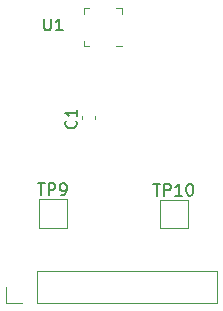
<source format=gto>
G04 #@! TF.GenerationSoftware,KiCad,Pcbnew,(5.1.2)-1*
G04 #@! TF.CreationDate,2023-06-09T20:40:53+09:00*
G04 #@! TF.ProjectId,ma73x,6d613733-782e-46b6-9963-61645f706362,v1.2*
G04 #@! TF.SameCoordinates,Original*
G04 #@! TF.FileFunction,Legend,Top*
G04 #@! TF.FilePolarity,Positive*
%FSLAX46Y46*%
G04 Gerber Fmt 4.6, Leading zero omitted, Abs format (unit mm)*
G04 Created by KiCad (PCBNEW (5.1.2)-1) date 2023-06-09 20:40:53*
%MOMM*%
%LPD*%
G04 APERTURE LIST*
%ADD10C,0.120000*%
%ADD11C,0.150000*%
%ADD12R,2.102000X2.102000*%
%ADD13O,1.802000X1.802000*%
%ADD14R,1.802000X1.802000*%
%ADD15C,0.100000*%
%ADD16C,1.802000*%
%ADD17C,0.352000*%
%ADD18C,0.977000*%
G04 APERTURE END LIST*
D10*
X164010000Y-88200000D02*
X164010000Y-85800000D01*
X166410000Y-88200000D02*
X164010000Y-88200000D01*
X166410000Y-85800000D02*
X166410000Y-88200000D01*
X164010000Y-85800000D02*
X166410000Y-85800000D01*
X153770000Y-88160000D02*
X153770000Y-85760000D01*
X156170000Y-88160000D02*
X153770000Y-88160000D01*
X156170000Y-85760000D02*
X156170000Y-88160000D01*
X153770000Y-85760000D02*
X156170000Y-85760000D01*
X151010000Y-94530000D02*
X151010000Y-93200000D01*
X152340000Y-94530000D02*
X151010000Y-94530000D01*
X153610000Y-94530000D02*
X153610000Y-91870000D01*
X153610000Y-91870000D02*
X168910000Y-91870000D01*
X153610000Y-94530000D02*
X168910000Y-94530000D01*
X168910000Y-94530000D02*
X168910000Y-91870000D01*
X158065000Y-72810000D02*
X157590000Y-72810000D01*
X157590000Y-72810000D02*
X157590000Y-72335000D01*
X160335000Y-69590000D02*
X160810000Y-69590000D01*
X160810000Y-69590000D02*
X160810000Y-70065000D01*
X158065000Y-69590000D02*
X157590000Y-69590000D01*
X157590000Y-69590000D02*
X157590000Y-70065000D01*
X160335000Y-72810000D02*
X160810000Y-72810000D01*
X157480000Y-78677221D02*
X157480000Y-79002779D01*
X158500000Y-78677221D02*
X158500000Y-79002779D01*
D11*
X163471904Y-84454380D02*
X164043333Y-84454380D01*
X163757619Y-85454380D02*
X163757619Y-84454380D01*
X164376666Y-85454380D02*
X164376666Y-84454380D01*
X164757619Y-84454380D01*
X164852857Y-84502000D01*
X164900476Y-84549619D01*
X164948095Y-84644857D01*
X164948095Y-84787714D01*
X164900476Y-84882952D01*
X164852857Y-84930571D01*
X164757619Y-84978190D01*
X164376666Y-84978190D01*
X165900476Y-85454380D02*
X165329047Y-85454380D01*
X165614761Y-85454380D02*
X165614761Y-84454380D01*
X165519523Y-84597238D01*
X165424285Y-84692476D01*
X165329047Y-84740095D01*
X166519523Y-84454380D02*
X166614761Y-84454380D01*
X166710000Y-84502000D01*
X166757619Y-84549619D01*
X166805238Y-84644857D01*
X166852857Y-84835333D01*
X166852857Y-85073428D01*
X166805238Y-85263904D01*
X166757619Y-85359142D01*
X166710000Y-85406761D01*
X166614761Y-85454380D01*
X166519523Y-85454380D01*
X166424285Y-85406761D01*
X166376666Y-85359142D01*
X166329047Y-85263904D01*
X166281428Y-85073428D01*
X166281428Y-84835333D01*
X166329047Y-84644857D01*
X166376666Y-84549619D01*
X166424285Y-84502000D01*
X166519523Y-84454380D01*
X153708095Y-84414380D02*
X154279523Y-84414380D01*
X153993809Y-85414380D02*
X153993809Y-84414380D01*
X154612857Y-85414380D02*
X154612857Y-84414380D01*
X154993809Y-84414380D01*
X155089047Y-84462000D01*
X155136666Y-84509619D01*
X155184285Y-84604857D01*
X155184285Y-84747714D01*
X155136666Y-84842952D01*
X155089047Y-84890571D01*
X154993809Y-84938190D01*
X154612857Y-84938190D01*
X155660476Y-85414380D02*
X155850952Y-85414380D01*
X155946190Y-85366761D01*
X155993809Y-85319142D01*
X156089047Y-85176285D01*
X156136666Y-84985809D01*
X156136666Y-84604857D01*
X156089047Y-84509619D01*
X156041428Y-84462000D01*
X155946190Y-84414380D01*
X155755714Y-84414380D01*
X155660476Y-84462000D01*
X155612857Y-84509619D01*
X155565238Y-84604857D01*
X155565238Y-84842952D01*
X155612857Y-84938190D01*
X155660476Y-84985809D01*
X155755714Y-85033428D01*
X155946190Y-85033428D01*
X156041428Y-84985809D01*
X156089047Y-84938190D01*
X156136666Y-84842952D01*
X154238095Y-70452380D02*
X154238095Y-71261904D01*
X154285714Y-71357142D01*
X154333333Y-71404761D01*
X154428571Y-71452380D01*
X154619047Y-71452380D01*
X154714285Y-71404761D01*
X154761904Y-71357142D01*
X154809523Y-71261904D01*
X154809523Y-70452380D01*
X155809523Y-71452380D02*
X155238095Y-71452380D01*
X155523809Y-71452380D02*
X155523809Y-70452380D01*
X155428571Y-70595238D01*
X155333333Y-70690476D01*
X155238095Y-70738095D01*
X156922142Y-79119166D02*
X156969761Y-79166785D01*
X157017380Y-79309642D01*
X157017380Y-79404880D01*
X156969761Y-79547738D01*
X156874523Y-79642976D01*
X156779285Y-79690595D01*
X156588809Y-79738214D01*
X156445952Y-79738214D01*
X156255476Y-79690595D01*
X156160238Y-79642976D01*
X156065000Y-79547738D01*
X156017380Y-79404880D01*
X156017380Y-79309642D01*
X156065000Y-79166785D01*
X156112619Y-79119166D01*
X157017380Y-78166785D02*
X157017380Y-78738214D01*
X157017380Y-78452500D02*
X156017380Y-78452500D01*
X156160238Y-78547738D01*
X156255476Y-78642976D01*
X156303095Y-78738214D01*
%LPC*%
D12*
X165210000Y-87000000D03*
X154970000Y-86960000D03*
D13*
X167580000Y-93200000D03*
X165040000Y-93200000D03*
X162500000Y-93200000D03*
X159960000Y-93200000D03*
X157420000Y-93200000D03*
X154880000Y-93200000D03*
D14*
X152340000Y-93200000D03*
D15*
G36*
X159861975Y-70300276D02*
G01*
X159887699Y-70304092D01*
X159912925Y-70310411D01*
X159937411Y-70319172D01*
X159960920Y-70330291D01*
X159983226Y-70343661D01*
X160004114Y-70359152D01*
X160023383Y-70376617D01*
X160040848Y-70395886D01*
X160056339Y-70416774D01*
X160069709Y-70439080D01*
X160080828Y-70462589D01*
X160089589Y-70487075D01*
X160095908Y-70512301D01*
X160099724Y-70538025D01*
X160101000Y-70564000D01*
X160101000Y-71836000D01*
X160099724Y-71861975D01*
X160095908Y-71887699D01*
X160089589Y-71912925D01*
X160080828Y-71937411D01*
X160069709Y-71960920D01*
X160056339Y-71983226D01*
X160040848Y-72004114D01*
X160023383Y-72023383D01*
X160004114Y-72040848D01*
X159983226Y-72056339D01*
X159960920Y-72069709D01*
X159937411Y-72080828D01*
X159912925Y-72089589D01*
X159887699Y-72095908D01*
X159861975Y-72099724D01*
X159836000Y-72101000D01*
X158564000Y-72101000D01*
X158538025Y-72099724D01*
X158512301Y-72095908D01*
X158487075Y-72089589D01*
X158462589Y-72080828D01*
X158439080Y-72069709D01*
X158416774Y-72056339D01*
X158395886Y-72040848D01*
X158376617Y-72023383D01*
X158359152Y-72004114D01*
X158343661Y-71983226D01*
X158330291Y-71960920D01*
X158319172Y-71937411D01*
X158310411Y-71912925D01*
X158304092Y-71887699D01*
X158300276Y-71861975D01*
X158299000Y-71836000D01*
X158299000Y-70564000D01*
X158300276Y-70538025D01*
X158304092Y-70512301D01*
X158310411Y-70487075D01*
X158319172Y-70462589D01*
X158330291Y-70439080D01*
X158343661Y-70416774D01*
X158359152Y-70395886D01*
X158376617Y-70376617D01*
X158395886Y-70359152D01*
X158416774Y-70343661D01*
X158439080Y-70330291D01*
X158462589Y-70319172D01*
X158487075Y-70310411D01*
X158512301Y-70304092D01*
X158538025Y-70300276D01*
X158564000Y-70299000D01*
X159836000Y-70299000D01*
X159861975Y-70300276D01*
X159861975Y-70300276D01*
G37*
D16*
X159200000Y-71200000D03*
D15*
G36*
X161046626Y-71774424D02*
G01*
X161055168Y-71775691D01*
X161063545Y-71777789D01*
X161071676Y-71780699D01*
X161079483Y-71784391D01*
X161086890Y-71788831D01*
X161093827Y-71793975D01*
X161100225Y-71799775D01*
X161106025Y-71806173D01*
X161111169Y-71813110D01*
X161115609Y-71820517D01*
X161119301Y-71828324D01*
X161122211Y-71836455D01*
X161124309Y-71844832D01*
X161125576Y-71853374D01*
X161126000Y-71862000D01*
X161126000Y-72038000D01*
X161125576Y-72046626D01*
X161124309Y-72055168D01*
X161122211Y-72063545D01*
X161119301Y-72071676D01*
X161115609Y-72079483D01*
X161111169Y-72086890D01*
X161106025Y-72093827D01*
X161100225Y-72100225D01*
X161093827Y-72106025D01*
X161086890Y-72111169D01*
X161079483Y-72115609D01*
X161071676Y-72119301D01*
X161063545Y-72122211D01*
X161055168Y-72124309D01*
X161046626Y-72125576D01*
X161038000Y-72126000D01*
X160287000Y-72126000D01*
X160278374Y-72125576D01*
X160269832Y-72124309D01*
X160261455Y-72122211D01*
X160253324Y-72119301D01*
X160245517Y-72115609D01*
X160238110Y-72111169D01*
X160231173Y-72106025D01*
X160224775Y-72100225D01*
X160218975Y-72093827D01*
X160213831Y-72086890D01*
X160209391Y-72079483D01*
X160205699Y-72071676D01*
X160202789Y-72063545D01*
X160200691Y-72055168D01*
X160199424Y-72046626D01*
X160199000Y-72038000D01*
X160199000Y-71862000D01*
X160199424Y-71853374D01*
X160200691Y-71844832D01*
X160202789Y-71836455D01*
X160205699Y-71828324D01*
X160209391Y-71820517D01*
X160213831Y-71813110D01*
X160218975Y-71806173D01*
X160224775Y-71799775D01*
X160231173Y-71793975D01*
X160238110Y-71788831D01*
X160245517Y-71784391D01*
X160253324Y-71780699D01*
X160261455Y-71777789D01*
X160269832Y-71775691D01*
X160278374Y-71774424D01*
X160287000Y-71774000D01*
X161038000Y-71774000D01*
X161046626Y-71774424D01*
X161046626Y-71774424D01*
G37*
D17*
X160662500Y-71950000D03*
D15*
G36*
X161046626Y-71274424D02*
G01*
X161055168Y-71275691D01*
X161063545Y-71277789D01*
X161071676Y-71280699D01*
X161079483Y-71284391D01*
X161086890Y-71288831D01*
X161093827Y-71293975D01*
X161100225Y-71299775D01*
X161106025Y-71306173D01*
X161111169Y-71313110D01*
X161115609Y-71320517D01*
X161119301Y-71328324D01*
X161122211Y-71336455D01*
X161124309Y-71344832D01*
X161125576Y-71353374D01*
X161126000Y-71362000D01*
X161126000Y-71538000D01*
X161125576Y-71546626D01*
X161124309Y-71555168D01*
X161122211Y-71563545D01*
X161119301Y-71571676D01*
X161115609Y-71579483D01*
X161111169Y-71586890D01*
X161106025Y-71593827D01*
X161100225Y-71600225D01*
X161093827Y-71606025D01*
X161086890Y-71611169D01*
X161079483Y-71615609D01*
X161071676Y-71619301D01*
X161063545Y-71622211D01*
X161055168Y-71624309D01*
X161046626Y-71625576D01*
X161038000Y-71626000D01*
X160287000Y-71626000D01*
X160278374Y-71625576D01*
X160269832Y-71624309D01*
X160261455Y-71622211D01*
X160253324Y-71619301D01*
X160245517Y-71615609D01*
X160238110Y-71611169D01*
X160231173Y-71606025D01*
X160224775Y-71600225D01*
X160218975Y-71593827D01*
X160213831Y-71586890D01*
X160209391Y-71579483D01*
X160205699Y-71571676D01*
X160202789Y-71563545D01*
X160200691Y-71555168D01*
X160199424Y-71546626D01*
X160199000Y-71538000D01*
X160199000Y-71362000D01*
X160199424Y-71353374D01*
X160200691Y-71344832D01*
X160202789Y-71336455D01*
X160205699Y-71328324D01*
X160209391Y-71320517D01*
X160213831Y-71313110D01*
X160218975Y-71306173D01*
X160224775Y-71299775D01*
X160231173Y-71293975D01*
X160238110Y-71288831D01*
X160245517Y-71284391D01*
X160253324Y-71280699D01*
X160261455Y-71277789D01*
X160269832Y-71275691D01*
X160278374Y-71274424D01*
X160287000Y-71274000D01*
X161038000Y-71274000D01*
X161046626Y-71274424D01*
X161046626Y-71274424D01*
G37*
D17*
X160662500Y-71450000D03*
D15*
G36*
X161046626Y-70774424D02*
G01*
X161055168Y-70775691D01*
X161063545Y-70777789D01*
X161071676Y-70780699D01*
X161079483Y-70784391D01*
X161086890Y-70788831D01*
X161093827Y-70793975D01*
X161100225Y-70799775D01*
X161106025Y-70806173D01*
X161111169Y-70813110D01*
X161115609Y-70820517D01*
X161119301Y-70828324D01*
X161122211Y-70836455D01*
X161124309Y-70844832D01*
X161125576Y-70853374D01*
X161126000Y-70862000D01*
X161126000Y-71038000D01*
X161125576Y-71046626D01*
X161124309Y-71055168D01*
X161122211Y-71063545D01*
X161119301Y-71071676D01*
X161115609Y-71079483D01*
X161111169Y-71086890D01*
X161106025Y-71093827D01*
X161100225Y-71100225D01*
X161093827Y-71106025D01*
X161086890Y-71111169D01*
X161079483Y-71115609D01*
X161071676Y-71119301D01*
X161063545Y-71122211D01*
X161055168Y-71124309D01*
X161046626Y-71125576D01*
X161038000Y-71126000D01*
X160287000Y-71126000D01*
X160278374Y-71125576D01*
X160269832Y-71124309D01*
X160261455Y-71122211D01*
X160253324Y-71119301D01*
X160245517Y-71115609D01*
X160238110Y-71111169D01*
X160231173Y-71106025D01*
X160224775Y-71100225D01*
X160218975Y-71093827D01*
X160213831Y-71086890D01*
X160209391Y-71079483D01*
X160205699Y-71071676D01*
X160202789Y-71063545D01*
X160200691Y-71055168D01*
X160199424Y-71046626D01*
X160199000Y-71038000D01*
X160199000Y-70862000D01*
X160199424Y-70853374D01*
X160200691Y-70844832D01*
X160202789Y-70836455D01*
X160205699Y-70828324D01*
X160209391Y-70820517D01*
X160213831Y-70813110D01*
X160218975Y-70806173D01*
X160224775Y-70799775D01*
X160231173Y-70793975D01*
X160238110Y-70788831D01*
X160245517Y-70784391D01*
X160253324Y-70780699D01*
X160261455Y-70777789D01*
X160269832Y-70775691D01*
X160278374Y-70774424D01*
X160287000Y-70774000D01*
X161038000Y-70774000D01*
X161046626Y-70774424D01*
X161046626Y-70774424D01*
G37*
D17*
X160662500Y-70950000D03*
D15*
G36*
X161046626Y-70274424D02*
G01*
X161055168Y-70275691D01*
X161063545Y-70277789D01*
X161071676Y-70280699D01*
X161079483Y-70284391D01*
X161086890Y-70288831D01*
X161093827Y-70293975D01*
X161100225Y-70299775D01*
X161106025Y-70306173D01*
X161111169Y-70313110D01*
X161115609Y-70320517D01*
X161119301Y-70328324D01*
X161122211Y-70336455D01*
X161124309Y-70344832D01*
X161125576Y-70353374D01*
X161126000Y-70362000D01*
X161126000Y-70538000D01*
X161125576Y-70546626D01*
X161124309Y-70555168D01*
X161122211Y-70563545D01*
X161119301Y-70571676D01*
X161115609Y-70579483D01*
X161111169Y-70586890D01*
X161106025Y-70593827D01*
X161100225Y-70600225D01*
X161093827Y-70606025D01*
X161086890Y-70611169D01*
X161079483Y-70615609D01*
X161071676Y-70619301D01*
X161063545Y-70622211D01*
X161055168Y-70624309D01*
X161046626Y-70625576D01*
X161038000Y-70626000D01*
X160287000Y-70626000D01*
X160278374Y-70625576D01*
X160269832Y-70624309D01*
X160261455Y-70622211D01*
X160253324Y-70619301D01*
X160245517Y-70615609D01*
X160238110Y-70611169D01*
X160231173Y-70606025D01*
X160224775Y-70600225D01*
X160218975Y-70593827D01*
X160213831Y-70586890D01*
X160209391Y-70579483D01*
X160205699Y-70571676D01*
X160202789Y-70563545D01*
X160200691Y-70555168D01*
X160199424Y-70546626D01*
X160199000Y-70538000D01*
X160199000Y-70362000D01*
X160199424Y-70353374D01*
X160200691Y-70344832D01*
X160202789Y-70336455D01*
X160205699Y-70328324D01*
X160209391Y-70320517D01*
X160213831Y-70313110D01*
X160218975Y-70306173D01*
X160224775Y-70299775D01*
X160231173Y-70293975D01*
X160238110Y-70288831D01*
X160245517Y-70284391D01*
X160253324Y-70280699D01*
X160261455Y-70277789D01*
X160269832Y-70275691D01*
X160278374Y-70274424D01*
X160287000Y-70274000D01*
X161038000Y-70274000D01*
X161046626Y-70274424D01*
X161046626Y-70274424D01*
G37*
D17*
X160662500Y-70450000D03*
D15*
G36*
X160046626Y-69274424D02*
G01*
X160055168Y-69275691D01*
X160063545Y-69277789D01*
X160071676Y-69280699D01*
X160079483Y-69284391D01*
X160086890Y-69288831D01*
X160093827Y-69293975D01*
X160100225Y-69299775D01*
X160106025Y-69306173D01*
X160111169Y-69313110D01*
X160115609Y-69320517D01*
X160119301Y-69328324D01*
X160122211Y-69336455D01*
X160124309Y-69344832D01*
X160125576Y-69353374D01*
X160126000Y-69362000D01*
X160126000Y-70113000D01*
X160125576Y-70121626D01*
X160124309Y-70130168D01*
X160122211Y-70138545D01*
X160119301Y-70146676D01*
X160115609Y-70154483D01*
X160111169Y-70161890D01*
X160106025Y-70168827D01*
X160100225Y-70175225D01*
X160093827Y-70181025D01*
X160086890Y-70186169D01*
X160079483Y-70190609D01*
X160071676Y-70194301D01*
X160063545Y-70197211D01*
X160055168Y-70199309D01*
X160046626Y-70200576D01*
X160038000Y-70201000D01*
X159862000Y-70201000D01*
X159853374Y-70200576D01*
X159844832Y-70199309D01*
X159836455Y-70197211D01*
X159828324Y-70194301D01*
X159820517Y-70190609D01*
X159813110Y-70186169D01*
X159806173Y-70181025D01*
X159799775Y-70175225D01*
X159793975Y-70168827D01*
X159788831Y-70161890D01*
X159784391Y-70154483D01*
X159780699Y-70146676D01*
X159777789Y-70138545D01*
X159775691Y-70130168D01*
X159774424Y-70121626D01*
X159774000Y-70113000D01*
X159774000Y-69362000D01*
X159774424Y-69353374D01*
X159775691Y-69344832D01*
X159777789Y-69336455D01*
X159780699Y-69328324D01*
X159784391Y-69320517D01*
X159788831Y-69313110D01*
X159793975Y-69306173D01*
X159799775Y-69299775D01*
X159806173Y-69293975D01*
X159813110Y-69288831D01*
X159820517Y-69284391D01*
X159828324Y-69280699D01*
X159836455Y-69277789D01*
X159844832Y-69275691D01*
X159853374Y-69274424D01*
X159862000Y-69274000D01*
X160038000Y-69274000D01*
X160046626Y-69274424D01*
X160046626Y-69274424D01*
G37*
D17*
X159950000Y-69737500D03*
D15*
G36*
X159546626Y-69274424D02*
G01*
X159555168Y-69275691D01*
X159563545Y-69277789D01*
X159571676Y-69280699D01*
X159579483Y-69284391D01*
X159586890Y-69288831D01*
X159593827Y-69293975D01*
X159600225Y-69299775D01*
X159606025Y-69306173D01*
X159611169Y-69313110D01*
X159615609Y-69320517D01*
X159619301Y-69328324D01*
X159622211Y-69336455D01*
X159624309Y-69344832D01*
X159625576Y-69353374D01*
X159626000Y-69362000D01*
X159626000Y-70113000D01*
X159625576Y-70121626D01*
X159624309Y-70130168D01*
X159622211Y-70138545D01*
X159619301Y-70146676D01*
X159615609Y-70154483D01*
X159611169Y-70161890D01*
X159606025Y-70168827D01*
X159600225Y-70175225D01*
X159593827Y-70181025D01*
X159586890Y-70186169D01*
X159579483Y-70190609D01*
X159571676Y-70194301D01*
X159563545Y-70197211D01*
X159555168Y-70199309D01*
X159546626Y-70200576D01*
X159538000Y-70201000D01*
X159362000Y-70201000D01*
X159353374Y-70200576D01*
X159344832Y-70199309D01*
X159336455Y-70197211D01*
X159328324Y-70194301D01*
X159320517Y-70190609D01*
X159313110Y-70186169D01*
X159306173Y-70181025D01*
X159299775Y-70175225D01*
X159293975Y-70168827D01*
X159288831Y-70161890D01*
X159284391Y-70154483D01*
X159280699Y-70146676D01*
X159277789Y-70138545D01*
X159275691Y-70130168D01*
X159274424Y-70121626D01*
X159274000Y-70113000D01*
X159274000Y-69362000D01*
X159274424Y-69353374D01*
X159275691Y-69344832D01*
X159277789Y-69336455D01*
X159280699Y-69328324D01*
X159284391Y-69320517D01*
X159288831Y-69313110D01*
X159293975Y-69306173D01*
X159299775Y-69299775D01*
X159306173Y-69293975D01*
X159313110Y-69288831D01*
X159320517Y-69284391D01*
X159328324Y-69280699D01*
X159336455Y-69277789D01*
X159344832Y-69275691D01*
X159353374Y-69274424D01*
X159362000Y-69274000D01*
X159538000Y-69274000D01*
X159546626Y-69274424D01*
X159546626Y-69274424D01*
G37*
D17*
X159450000Y-69737500D03*
D15*
G36*
X159046626Y-69274424D02*
G01*
X159055168Y-69275691D01*
X159063545Y-69277789D01*
X159071676Y-69280699D01*
X159079483Y-69284391D01*
X159086890Y-69288831D01*
X159093827Y-69293975D01*
X159100225Y-69299775D01*
X159106025Y-69306173D01*
X159111169Y-69313110D01*
X159115609Y-69320517D01*
X159119301Y-69328324D01*
X159122211Y-69336455D01*
X159124309Y-69344832D01*
X159125576Y-69353374D01*
X159126000Y-69362000D01*
X159126000Y-70113000D01*
X159125576Y-70121626D01*
X159124309Y-70130168D01*
X159122211Y-70138545D01*
X159119301Y-70146676D01*
X159115609Y-70154483D01*
X159111169Y-70161890D01*
X159106025Y-70168827D01*
X159100225Y-70175225D01*
X159093827Y-70181025D01*
X159086890Y-70186169D01*
X159079483Y-70190609D01*
X159071676Y-70194301D01*
X159063545Y-70197211D01*
X159055168Y-70199309D01*
X159046626Y-70200576D01*
X159038000Y-70201000D01*
X158862000Y-70201000D01*
X158853374Y-70200576D01*
X158844832Y-70199309D01*
X158836455Y-70197211D01*
X158828324Y-70194301D01*
X158820517Y-70190609D01*
X158813110Y-70186169D01*
X158806173Y-70181025D01*
X158799775Y-70175225D01*
X158793975Y-70168827D01*
X158788831Y-70161890D01*
X158784391Y-70154483D01*
X158780699Y-70146676D01*
X158777789Y-70138545D01*
X158775691Y-70130168D01*
X158774424Y-70121626D01*
X158774000Y-70113000D01*
X158774000Y-69362000D01*
X158774424Y-69353374D01*
X158775691Y-69344832D01*
X158777789Y-69336455D01*
X158780699Y-69328324D01*
X158784391Y-69320517D01*
X158788831Y-69313110D01*
X158793975Y-69306173D01*
X158799775Y-69299775D01*
X158806173Y-69293975D01*
X158813110Y-69288831D01*
X158820517Y-69284391D01*
X158828324Y-69280699D01*
X158836455Y-69277789D01*
X158844832Y-69275691D01*
X158853374Y-69274424D01*
X158862000Y-69274000D01*
X159038000Y-69274000D01*
X159046626Y-69274424D01*
X159046626Y-69274424D01*
G37*
D17*
X158950000Y-69737500D03*
D15*
G36*
X158546626Y-69274424D02*
G01*
X158555168Y-69275691D01*
X158563545Y-69277789D01*
X158571676Y-69280699D01*
X158579483Y-69284391D01*
X158586890Y-69288831D01*
X158593827Y-69293975D01*
X158600225Y-69299775D01*
X158606025Y-69306173D01*
X158611169Y-69313110D01*
X158615609Y-69320517D01*
X158619301Y-69328324D01*
X158622211Y-69336455D01*
X158624309Y-69344832D01*
X158625576Y-69353374D01*
X158626000Y-69362000D01*
X158626000Y-70113000D01*
X158625576Y-70121626D01*
X158624309Y-70130168D01*
X158622211Y-70138545D01*
X158619301Y-70146676D01*
X158615609Y-70154483D01*
X158611169Y-70161890D01*
X158606025Y-70168827D01*
X158600225Y-70175225D01*
X158593827Y-70181025D01*
X158586890Y-70186169D01*
X158579483Y-70190609D01*
X158571676Y-70194301D01*
X158563545Y-70197211D01*
X158555168Y-70199309D01*
X158546626Y-70200576D01*
X158538000Y-70201000D01*
X158362000Y-70201000D01*
X158353374Y-70200576D01*
X158344832Y-70199309D01*
X158336455Y-70197211D01*
X158328324Y-70194301D01*
X158320517Y-70190609D01*
X158313110Y-70186169D01*
X158306173Y-70181025D01*
X158299775Y-70175225D01*
X158293975Y-70168827D01*
X158288831Y-70161890D01*
X158284391Y-70154483D01*
X158280699Y-70146676D01*
X158277789Y-70138545D01*
X158275691Y-70130168D01*
X158274424Y-70121626D01*
X158274000Y-70113000D01*
X158274000Y-69362000D01*
X158274424Y-69353374D01*
X158275691Y-69344832D01*
X158277789Y-69336455D01*
X158280699Y-69328324D01*
X158284391Y-69320517D01*
X158288831Y-69313110D01*
X158293975Y-69306173D01*
X158299775Y-69299775D01*
X158306173Y-69293975D01*
X158313110Y-69288831D01*
X158320517Y-69284391D01*
X158328324Y-69280699D01*
X158336455Y-69277789D01*
X158344832Y-69275691D01*
X158353374Y-69274424D01*
X158362000Y-69274000D01*
X158538000Y-69274000D01*
X158546626Y-69274424D01*
X158546626Y-69274424D01*
G37*
D17*
X158450000Y-69737500D03*
D15*
G36*
X158121626Y-70274424D02*
G01*
X158130168Y-70275691D01*
X158138545Y-70277789D01*
X158146676Y-70280699D01*
X158154483Y-70284391D01*
X158161890Y-70288831D01*
X158168827Y-70293975D01*
X158175225Y-70299775D01*
X158181025Y-70306173D01*
X158186169Y-70313110D01*
X158190609Y-70320517D01*
X158194301Y-70328324D01*
X158197211Y-70336455D01*
X158199309Y-70344832D01*
X158200576Y-70353374D01*
X158201000Y-70362000D01*
X158201000Y-70538000D01*
X158200576Y-70546626D01*
X158199309Y-70555168D01*
X158197211Y-70563545D01*
X158194301Y-70571676D01*
X158190609Y-70579483D01*
X158186169Y-70586890D01*
X158181025Y-70593827D01*
X158175225Y-70600225D01*
X158168827Y-70606025D01*
X158161890Y-70611169D01*
X158154483Y-70615609D01*
X158146676Y-70619301D01*
X158138545Y-70622211D01*
X158130168Y-70624309D01*
X158121626Y-70625576D01*
X158113000Y-70626000D01*
X157362000Y-70626000D01*
X157353374Y-70625576D01*
X157344832Y-70624309D01*
X157336455Y-70622211D01*
X157328324Y-70619301D01*
X157320517Y-70615609D01*
X157313110Y-70611169D01*
X157306173Y-70606025D01*
X157299775Y-70600225D01*
X157293975Y-70593827D01*
X157288831Y-70586890D01*
X157284391Y-70579483D01*
X157280699Y-70571676D01*
X157277789Y-70563545D01*
X157275691Y-70555168D01*
X157274424Y-70546626D01*
X157274000Y-70538000D01*
X157274000Y-70362000D01*
X157274424Y-70353374D01*
X157275691Y-70344832D01*
X157277789Y-70336455D01*
X157280699Y-70328324D01*
X157284391Y-70320517D01*
X157288831Y-70313110D01*
X157293975Y-70306173D01*
X157299775Y-70299775D01*
X157306173Y-70293975D01*
X157313110Y-70288831D01*
X157320517Y-70284391D01*
X157328324Y-70280699D01*
X157336455Y-70277789D01*
X157344832Y-70275691D01*
X157353374Y-70274424D01*
X157362000Y-70274000D01*
X158113000Y-70274000D01*
X158121626Y-70274424D01*
X158121626Y-70274424D01*
G37*
D17*
X157737500Y-70450000D03*
D15*
G36*
X158121626Y-70774424D02*
G01*
X158130168Y-70775691D01*
X158138545Y-70777789D01*
X158146676Y-70780699D01*
X158154483Y-70784391D01*
X158161890Y-70788831D01*
X158168827Y-70793975D01*
X158175225Y-70799775D01*
X158181025Y-70806173D01*
X158186169Y-70813110D01*
X158190609Y-70820517D01*
X158194301Y-70828324D01*
X158197211Y-70836455D01*
X158199309Y-70844832D01*
X158200576Y-70853374D01*
X158201000Y-70862000D01*
X158201000Y-71038000D01*
X158200576Y-71046626D01*
X158199309Y-71055168D01*
X158197211Y-71063545D01*
X158194301Y-71071676D01*
X158190609Y-71079483D01*
X158186169Y-71086890D01*
X158181025Y-71093827D01*
X158175225Y-71100225D01*
X158168827Y-71106025D01*
X158161890Y-71111169D01*
X158154483Y-71115609D01*
X158146676Y-71119301D01*
X158138545Y-71122211D01*
X158130168Y-71124309D01*
X158121626Y-71125576D01*
X158113000Y-71126000D01*
X157362000Y-71126000D01*
X157353374Y-71125576D01*
X157344832Y-71124309D01*
X157336455Y-71122211D01*
X157328324Y-71119301D01*
X157320517Y-71115609D01*
X157313110Y-71111169D01*
X157306173Y-71106025D01*
X157299775Y-71100225D01*
X157293975Y-71093827D01*
X157288831Y-71086890D01*
X157284391Y-71079483D01*
X157280699Y-71071676D01*
X157277789Y-71063545D01*
X157275691Y-71055168D01*
X157274424Y-71046626D01*
X157274000Y-71038000D01*
X157274000Y-70862000D01*
X157274424Y-70853374D01*
X157275691Y-70844832D01*
X157277789Y-70836455D01*
X157280699Y-70828324D01*
X157284391Y-70820517D01*
X157288831Y-70813110D01*
X157293975Y-70806173D01*
X157299775Y-70799775D01*
X157306173Y-70793975D01*
X157313110Y-70788831D01*
X157320517Y-70784391D01*
X157328324Y-70780699D01*
X157336455Y-70777789D01*
X157344832Y-70775691D01*
X157353374Y-70774424D01*
X157362000Y-70774000D01*
X158113000Y-70774000D01*
X158121626Y-70774424D01*
X158121626Y-70774424D01*
G37*
D17*
X157737500Y-70950000D03*
D15*
G36*
X158121626Y-71274424D02*
G01*
X158130168Y-71275691D01*
X158138545Y-71277789D01*
X158146676Y-71280699D01*
X158154483Y-71284391D01*
X158161890Y-71288831D01*
X158168827Y-71293975D01*
X158175225Y-71299775D01*
X158181025Y-71306173D01*
X158186169Y-71313110D01*
X158190609Y-71320517D01*
X158194301Y-71328324D01*
X158197211Y-71336455D01*
X158199309Y-71344832D01*
X158200576Y-71353374D01*
X158201000Y-71362000D01*
X158201000Y-71538000D01*
X158200576Y-71546626D01*
X158199309Y-71555168D01*
X158197211Y-71563545D01*
X158194301Y-71571676D01*
X158190609Y-71579483D01*
X158186169Y-71586890D01*
X158181025Y-71593827D01*
X158175225Y-71600225D01*
X158168827Y-71606025D01*
X158161890Y-71611169D01*
X158154483Y-71615609D01*
X158146676Y-71619301D01*
X158138545Y-71622211D01*
X158130168Y-71624309D01*
X158121626Y-71625576D01*
X158113000Y-71626000D01*
X157362000Y-71626000D01*
X157353374Y-71625576D01*
X157344832Y-71624309D01*
X157336455Y-71622211D01*
X157328324Y-71619301D01*
X157320517Y-71615609D01*
X157313110Y-71611169D01*
X157306173Y-71606025D01*
X157299775Y-71600225D01*
X157293975Y-71593827D01*
X157288831Y-71586890D01*
X157284391Y-71579483D01*
X157280699Y-71571676D01*
X157277789Y-71563545D01*
X157275691Y-71555168D01*
X157274424Y-71546626D01*
X157274000Y-71538000D01*
X157274000Y-71362000D01*
X157274424Y-71353374D01*
X157275691Y-71344832D01*
X157277789Y-71336455D01*
X157280699Y-71328324D01*
X157284391Y-71320517D01*
X157288831Y-71313110D01*
X157293975Y-71306173D01*
X157299775Y-71299775D01*
X157306173Y-71293975D01*
X157313110Y-71288831D01*
X157320517Y-71284391D01*
X157328324Y-71280699D01*
X157336455Y-71277789D01*
X157344832Y-71275691D01*
X157353374Y-71274424D01*
X157362000Y-71274000D01*
X158113000Y-71274000D01*
X158121626Y-71274424D01*
X158121626Y-71274424D01*
G37*
D17*
X157737500Y-71450000D03*
D15*
G36*
X158121626Y-71774424D02*
G01*
X158130168Y-71775691D01*
X158138545Y-71777789D01*
X158146676Y-71780699D01*
X158154483Y-71784391D01*
X158161890Y-71788831D01*
X158168827Y-71793975D01*
X158175225Y-71799775D01*
X158181025Y-71806173D01*
X158186169Y-71813110D01*
X158190609Y-71820517D01*
X158194301Y-71828324D01*
X158197211Y-71836455D01*
X158199309Y-71844832D01*
X158200576Y-71853374D01*
X158201000Y-71862000D01*
X158201000Y-72038000D01*
X158200576Y-72046626D01*
X158199309Y-72055168D01*
X158197211Y-72063545D01*
X158194301Y-72071676D01*
X158190609Y-72079483D01*
X158186169Y-72086890D01*
X158181025Y-72093827D01*
X158175225Y-72100225D01*
X158168827Y-72106025D01*
X158161890Y-72111169D01*
X158154483Y-72115609D01*
X158146676Y-72119301D01*
X158138545Y-72122211D01*
X158130168Y-72124309D01*
X158121626Y-72125576D01*
X158113000Y-72126000D01*
X157362000Y-72126000D01*
X157353374Y-72125576D01*
X157344832Y-72124309D01*
X157336455Y-72122211D01*
X157328324Y-72119301D01*
X157320517Y-72115609D01*
X157313110Y-72111169D01*
X157306173Y-72106025D01*
X157299775Y-72100225D01*
X157293975Y-72093827D01*
X157288831Y-72086890D01*
X157284391Y-72079483D01*
X157280699Y-72071676D01*
X157277789Y-72063545D01*
X157275691Y-72055168D01*
X157274424Y-72046626D01*
X157274000Y-72038000D01*
X157274000Y-71862000D01*
X157274424Y-71853374D01*
X157275691Y-71844832D01*
X157277789Y-71836455D01*
X157280699Y-71828324D01*
X157284391Y-71820517D01*
X157288831Y-71813110D01*
X157293975Y-71806173D01*
X157299775Y-71799775D01*
X157306173Y-71793975D01*
X157313110Y-71788831D01*
X157320517Y-71784391D01*
X157328324Y-71780699D01*
X157336455Y-71777789D01*
X157344832Y-71775691D01*
X157353374Y-71774424D01*
X157362000Y-71774000D01*
X158113000Y-71774000D01*
X158121626Y-71774424D01*
X158121626Y-71774424D01*
G37*
D17*
X157737500Y-71950000D03*
D15*
G36*
X158546626Y-72199424D02*
G01*
X158555168Y-72200691D01*
X158563545Y-72202789D01*
X158571676Y-72205699D01*
X158579483Y-72209391D01*
X158586890Y-72213831D01*
X158593827Y-72218975D01*
X158600225Y-72224775D01*
X158606025Y-72231173D01*
X158611169Y-72238110D01*
X158615609Y-72245517D01*
X158619301Y-72253324D01*
X158622211Y-72261455D01*
X158624309Y-72269832D01*
X158625576Y-72278374D01*
X158626000Y-72287000D01*
X158626000Y-73038000D01*
X158625576Y-73046626D01*
X158624309Y-73055168D01*
X158622211Y-73063545D01*
X158619301Y-73071676D01*
X158615609Y-73079483D01*
X158611169Y-73086890D01*
X158606025Y-73093827D01*
X158600225Y-73100225D01*
X158593827Y-73106025D01*
X158586890Y-73111169D01*
X158579483Y-73115609D01*
X158571676Y-73119301D01*
X158563545Y-73122211D01*
X158555168Y-73124309D01*
X158546626Y-73125576D01*
X158538000Y-73126000D01*
X158362000Y-73126000D01*
X158353374Y-73125576D01*
X158344832Y-73124309D01*
X158336455Y-73122211D01*
X158328324Y-73119301D01*
X158320517Y-73115609D01*
X158313110Y-73111169D01*
X158306173Y-73106025D01*
X158299775Y-73100225D01*
X158293975Y-73093827D01*
X158288831Y-73086890D01*
X158284391Y-73079483D01*
X158280699Y-73071676D01*
X158277789Y-73063545D01*
X158275691Y-73055168D01*
X158274424Y-73046626D01*
X158274000Y-73038000D01*
X158274000Y-72287000D01*
X158274424Y-72278374D01*
X158275691Y-72269832D01*
X158277789Y-72261455D01*
X158280699Y-72253324D01*
X158284391Y-72245517D01*
X158288831Y-72238110D01*
X158293975Y-72231173D01*
X158299775Y-72224775D01*
X158306173Y-72218975D01*
X158313110Y-72213831D01*
X158320517Y-72209391D01*
X158328324Y-72205699D01*
X158336455Y-72202789D01*
X158344832Y-72200691D01*
X158353374Y-72199424D01*
X158362000Y-72199000D01*
X158538000Y-72199000D01*
X158546626Y-72199424D01*
X158546626Y-72199424D01*
G37*
D17*
X158450000Y-72662500D03*
D15*
G36*
X159046626Y-72199424D02*
G01*
X159055168Y-72200691D01*
X159063545Y-72202789D01*
X159071676Y-72205699D01*
X159079483Y-72209391D01*
X159086890Y-72213831D01*
X159093827Y-72218975D01*
X159100225Y-72224775D01*
X159106025Y-72231173D01*
X159111169Y-72238110D01*
X159115609Y-72245517D01*
X159119301Y-72253324D01*
X159122211Y-72261455D01*
X159124309Y-72269832D01*
X159125576Y-72278374D01*
X159126000Y-72287000D01*
X159126000Y-73038000D01*
X159125576Y-73046626D01*
X159124309Y-73055168D01*
X159122211Y-73063545D01*
X159119301Y-73071676D01*
X159115609Y-73079483D01*
X159111169Y-73086890D01*
X159106025Y-73093827D01*
X159100225Y-73100225D01*
X159093827Y-73106025D01*
X159086890Y-73111169D01*
X159079483Y-73115609D01*
X159071676Y-73119301D01*
X159063545Y-73122211D01*
X159055168Y-73124309D01*
X159046626Y-73125576D01*
X159038000Y-73126000D01*
X158862000Y-73126000D01*
X158853374Y-73125576D01*
X158844832Y-73124309D01*
X158836455Y-73122211D01*
X158828324Y-73119301D01*
X158820517Y-73115609D01*
X158813110Y-73111169D01*
X158806173Y-73106025D01*
X158799775Y-73100225D01*
X158793975Y-73093827D01*
X158788831Y-73086890D01*
X158784391Y-73079483D01*
X158780699Y-73071676D01*
X158777789Y-73063545D01*
X158775691Y-73055168D01*
X158774424Y-73046626D01*
X158774000Y-73038000D01*
X158774000Y-72287000D01*
X158774424Y-72278374D01*
X158775691Y-72269832D01*
X158777789Y-72261455D01*
X158780699Y-72253324D01*
X158784391Y-72245517D01*
X158788831Y-72238110D01*
X158793975Y-72231173D01*
X158799775Y-72224775D01*
X158806173Y-72218975D01*
X158813110Y-72213831D01*
X158820517Y-72209391D01*
X158828324Y-72205699D01*
X158836455Y-72202789D01*
X158844832Y-72200691D01*
X158853374Y-72199424D01*
X158862000Y-72199000D01*
X159038000Y-72199000D01*
X159046626Y-72199424D01*
X159046626Y-72199424D01*
G37*
D17*
X158950000Y-72662500D03*
D15*
G36*
X159546626Y-72199424D02*
G01*
X159555168Y-72200691D01*
X159563545Y-72202789D01*
X159571676Y-72205699D01*
X159579483Y-72209391D01*
X159586890Y-72213831D01*
X159593827Y-72218975D01*
X159600225Y-72224775D01*
X159606025Y-72231173D01*
X159611169Y-72238110D01*
X159615609Y-72245517D01*
X159619301Y-72253324D01*
X159622211Y-72261455D01*
X159624309Y-72269832D01*
X159625576Y-72278374D01*
X159626000Y-72287000D01*
X159626000Y-73038000D01*
X159625576Y-73046626D01*
X159624309Y-73055168D01*
X159622211Y-73063545D01*
X159619301Y-73071676D01*
X159615609Y-73079483D01*
X159611169Y-73086890D01*
X159606025Y-73093827D01*
X159600225Y-73100225D01*
X159593827Y-73106025D01*
X159586890Y-73111169D01*
X159579483Y-73115609D01*
X159571676Y-73119301D01*
X159563545Y-73122211D01*
X159555168Y-73124309D01*
X159546626Y-73125576D01*
X159538000Y-73126000D01*
X159362000Y-73126000D01*
X159353374Y-73125576D01*
X159344832Y-73124309D01*
X159336455Y-73122211D01*
X159328324Y-73119301D01*
X159320517Y-73115609D01*
X159313110Y-73111169D01*
X159306173Y-73106025D01*
X159299775Y-73100225D01*
X159293975Y-73093827D01*
X159288831Y-73086890D01*
X159284391Y-73079483D01*
X159280699Y-73071676D01*
X159277789Y-73063545D01*
X159275691Y-73055168D01*
X159274424Y-73046626D01*
X159274000Y-73038000D01*
X159274000Y-72287000D01*
X159274424Y-72278374D01*
X159275691Y-72269832D01*
X159277789Y-72261455D01*
X159280699Y-72253324D01*
X159284391Y-72245517D01*
X159288831Y-72238110D01*
X159293975Y-72231173D01*
X159299775Y-72224775D01*
X159306173Y-72218975D01*
X159313110Y-72213831D01*
X159320517Y-72209391D01*
X159328324Y-72205699D01*
X159336455Y-72202789D01*
X159344832Y-72200691D01*
X159353374Y-72199424D01*
X159362000Y-72199000D01*
X159538000Y-72199000D01*
X159546626Y-72199424D01*
X159546626Y-72199424D01*
G37*
D17*
X159450000Y-72662500D03*
D15*
G36*
X160046626Y-72199424D02*
G01*
X160055168Y-72200691D01*
X160063545Y-72202789D01*
X160071676Y-72205699D01*
X160079483Y-72209391D01*
X160086890Y-72213831D01*
X160093827Y-72218975D01*
X160100225Y-72224775D01*
X160106025Y-72231173D01*
X160111169Y-72238110D01*
X160115609Y-72245517D01*
X160119301Y-72253324D01*
X160122211Y-72261455D01*
X160124309Y-72269832D01*
X160125576Y-72278374D01*
X160126000Y-72287000D01*
X160126000Y-73038000D01*
X160125576Y-73046626D01*
X160124309Y-73055168D01*
X160122211Y-73063545D01*
X160119301Y-73071676D01*
X160115609Y-73079483D01*
X160111169Y-73086890D01*
X160106025Y-73093827D01*
X160100225Y-73100225D01*
X160093827Y-73106025D01*
X160086890Y-73111169D01*
X160079483Y-73115609D01*
X160071676Y-73119301D01*
X160063545Y-73122211D01*
X160055168Y-73124309D01*
X160046626Y-73125576D01*
X160038000Y-73126000D01*
X159862000Y-73126000D01*
X159853374Y-73125576D01*
X159844832Y-73124309D01*
X159836455Y-73122211D01*
X159828324Y-73119301D01*
X159820517Y-73115609D01*
X159813110Y-73111169D01*
X159806173Y-73106025D01*
X159799775Y-73100225D01*
X159793975Y-73093827D01*
X159788831Y-73086890D01*
X159784391Y-73079483D01*
X159780699Y-73071676D01*
X159777789Y-73063545D01*
X159775691Y-73055168D01*
X159774424Y-73046626D01*
X159774000Y-73038000D01*
X159774000Y-72287000D01*
X159774424Y-72278374D01*
X159775691Y-72269832D01*
X159777789Y-72261455D01*
X159780699Y-72253324D01*
X159784391Y-72245517D01*
X159788831Y-72238110D01*
X159793975Y-72231173D01*
X159799775Y-72224775D01*
X159806173Y-72218975D01*
X159813110Y-72213831D01*
X159820517Y-72209391D01*
X159828324Y-72205699D01*
X159836455Y-72202789D01*
X159844832Y-72200691D01*
X159853374Y-72199424D01*
X159862000Y-72199000D01*
X160038000Y-72199000D01*
X160046626Y-72199424D01*
X160046626Y-72199424D01*
G37*
D17*
X159950000Y-72662500D03*
D15*
G36*
X158295691Y-79140176D02*
G01*
X158319401Y-79143693D01*
X158342652Y-79149517D01*
X158365220Y-79157592D01*
X158386889Y-79167841D01*
X158407448Y-79180164D01*
X158426701Y-79194442D01*
X158444461Y-79210539D01*
X158460558Y-79228299D01*
X158474836Y-79247552D01*
X158487159Y-79268111D01*
X158497408Y-79289780D01*
X158505483Y-79312348D01*
X158511307Y-79335599D01*
X158514824Y-79359309D01*
X158516000Y-79383250D01*
X158516000Y-79871750D01*
X158514824Y-79895691D01*
X158511307Y-79919401D01*
X158505483Y-79942652D01*
X158497408Y-79965220D01*
X158487159Y-79986889D01*
X158474836Y-80007448D01*
X158460558Y-80026701D01*
X158444461Y-80044461D01*
X158426701Y-80060558D01*
X158407448Y-80074836D01*
X158386889Y-80087159D01*
X158365220Y-80097408D01*
X158342652Y-80105483D01*
X158319401Y-80111307D01*
X158295691Y-80114824D01*
X158271750Y-80116000D01*
X157708250Y-80116000D01*
X157684309Y-80114824D01*
X157660599Y-80111307D01*
X157637348Y-80105483D01*
X157614780Y-80097408D01*
X157593111Y-80087159D01*
X157572552Y-80074836D01*
X157553299Y-80060558D01*
X157535539Y-80044461D01*
X157519442Y-80026701D01*
X157505164Y-80007448D01*
X157492841Y-79986889D01*
X157482592Y-79965220D01*
X157474517Y-79942652D01*
X157468693Y-79919401D01*
X157465176Y-79895691D01*
X157464000Y-79871750D01*
X157464000Y-79383250D01*
X157465176Y-79359309D01*
X157468693Y-79335599D01*
X157474517Y-79312348D01*
X157482592Y-79289780D01*
X157492841Y-79268111D01*
X157505164Y-79247552D01*
X157519442Y-79228299D01*
X157535539Y-79210539D01*
X157553299Y-79194442D01*
X157572552Y-79180164D01*
X157593111Y-79167841D01*
X157614780Y-79157592D01*
X157637348Y-79149517D01*
X157660599Y-79143693D01*
X157684309Y-79140176D01*
X157708250Y-79139000D01*
X158271750Y-79139000D01*
X158295691Y-79140176D01*
X158295691Y-79140176D01*
G37*
D18*
X157990000Y-79627500D03*
D15*
G36*
X158295691Y-77565176D02*
G01*
X158319401Y-77568693D01*
X158342652Y-77574517D01*
X158365220Y-77582592D01*
X158386889Y-77592841D01*
X158407448Y-77605164D01*
X158426701Y-77619442D01*
X158444461Y-77635539D01*
X158460558Y-77653299D01*
X158474836Y-77672552D01*
X158487159Y-77693111D01*
X158497408Y-77714780D01*
X158505483Y-77737348D01*
X158511307Y-77760599D01*
X158514824Y-77784309D01*
X158516000Y-77808250D01*
X158516000Y-78296750D01*
X158514824Y-78320691D01*
X158511307Y-78344401D01*
X158505483Y-78367652D01*
X158497408Y-78390220D01*
X158487159Y-78411889D01*
X158474836Y-78432448D01*
X158460558Y-78451701D01*
X158444461Y-78469461D01*
X158426701Y-78485558D01*
X158407448Y-78499836D01*
X158386889Y-78512159D01*
X158365220Y-78522408D01*
X158342652Y-78530483D01*
X158319401Y-78536307D01*
X158295691Y-78539824D01*
X158271750Y-78541000D01*
X157708250Y-78541000D01*
X157684309Y-78539824D01*
X157660599Y-78536307D01*
X157637348Y-78530483D01*
X157614780Y-78522408D01*
X157593111Y-78512159D01*
X157572552Y-78499836D01*
X157553299Y-78485558D01*
X157535539Y-78469461D01*
X157519442Y-78451701D01*
X157505164Y-78432448D01*
X157492841Y-78411889D01*
X157482592Y-78390220D01*
X157474517Y-78367652D01*
X157468693Y-78344401D01*
X157465176Y-78320691D01*
X157464000Y-78296750D01*
X157464000Y-77808250D01*
X157465176Y-77784309D01*
X157468693Y-77760599D01*
X157474517Y-77737348D01*
X157482592Y-77714780D01*
X157492841Y-77693111D01*
X157505164Y-77672552D01*
X157519442Y-77653299D01*
X157535539Y-77635539D01*
X157553299Y-77619442D01*
X157572552Y-77605164D01*
X157593111Y-77592841D01*
X157614780Y-77582592D01*
X157637348Y-77574517D01*
X157660599Y-77568693D01*
X157684309Y-77565176D01*
X157708250Y-77564000D01*
X158271750Y-77564000D01*
X158295691Y-77565176D01*
X158295691Y-77565176D01*
G37*
D18*
X157990000Y-78052500D03*
M02*

</source>
